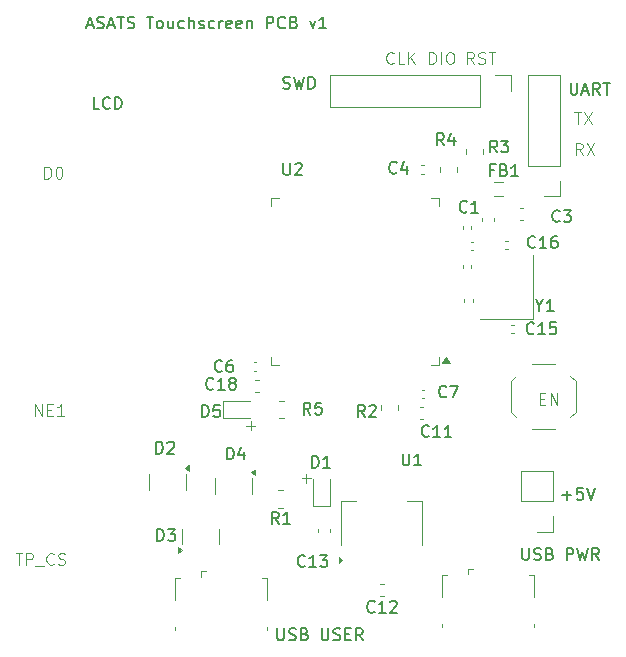
<source format=gbr>
%TF.GenerationSoftware,KiCad,Pcbnew,9.0.0*%
%TF.CreationDate,2025-03-28T00:35:08-07:00*%
%TF.ProjectId,stm32f429vit6_v1,73746d33-3266-4343-9239-766974365f76,rev?*%
%TF.SameCoordinates,Original*%
%TF.FileFunction,Legend,Top*%
%TF.FilePolarity,Positive*%
%FSLAX46Y46*%
G04 Gerber Fmt 4.6, Leading zero omitted, Abs format (unit mm)*
G04 Created by KiCad (PCBNEW 9.0.0) date 2025-03-28 00:35:08*
%MOMM*%
%LPD*%
G01*
G04 APERTURE LIST*
%ADD10C,0.100000*%
%ADD11C,0.200000*%
%ADD12C,0.150000*%
%ADD13C,0.120000*%
G04 APERTURE END LIST*
D10*
X173703884Y-88091466D02*
X174465789Y-88091466D01*
X174084836Y-88472419D02*
X174084836Y-87710514D01*
D11*
X197069673Y-98467219D02*
X197069673Y-99276742D01*
X197069673Y-99276742D02*
X197117292Y-99371980D01*
X197117292Y-99371980D02*
X197164911Y-99419600D01*
X197164911Y-99419600D02*
X197260149Y-99467219D01*
X197260149Y-99467219D02*
X197450625Y-99467219D01*
X197450625Y-99467219D02*
X197545863Y-99419600D01*
X197545863Y-99419600D02*
X197593482Y-99371980D01*
X197593482Y-99371980D02*
X197641101Y-99276742D01*
X197641101Y-99276742D02*
X197641101Y-98467219D01*
X198069673Y-99419600D02*
X198212530Y-99467219D01*
X198212530Y-99467219D02*
X198450625Y-99467219D01*
X198450625Y-99467219D02*
X198545863Y-99419600D01*
X198545863Y-99419600D02*
X198593482Y-99371980D01*
X198593482Y-99371980D02*
X198641101Y-99276742D01*
X198641101Y-99276742D02*
X198641101Y-99181504D01*
X198641101Y-99181504D02*
X198593482Y-99086266D01*
X198593482Y-99086266D02*
X198545863Y-99038647D01*
X198545863Y-99038647D02*
X198450625Y-98991028D01*
X198450625Y-98991028D02*
X198260149Y-98943409D01*
X198260149Y-98943409D02*
X198164911Y-98895790D01*
X198164911Y-98895790D02*
X198117292Y-98848171D01*
X198117292Y-98848171D02*
X198069673Y-98752933D01*
X198069673Y-98752933D02*
X198069673Y-98657695D01*
X198069673Y-98657695D02*
X198117292Y-98562457D01*
X198117292Y-98562457D02*
X198164911Y-98514838D01*
X198164911Y-98514838D02*
X198260149Y-98467219D01*
X198260149Y-98467219D02*
X198498244Y-98467219D01*
X198498244Y-98467219D02*
X198641101Y-98514838D01*
X199403006Y-98943409D02*
X199545863Y-98991028D01*
X199545863Y-98991028D02*
X199593482Y-99038647D01*
X199593482Y-99038647D02*
X199641101Y-99133885D01*
X199641101Y-99133885D02*
X199641101Y-99276742D01*
X199641101Y-99276742D02*
X199593482Y-99371980D01*
X199593482Y-99371980D02*
X199545863Y-99419600D01*
X199545863Y-99419600D02*
X199450625Y-99467219D01*
X199450625Y-99467219D02*
X199069673Y-99467219D01*
X199069673Y-99467219D02*
X199069673Y-98467219D01*
X199069673Y-98467219D02*
X199403006Y-98467219D01*
X199403006Y-98467219D02*
X199498244Y-98514838D01*
X199498244Y-98514838D02*
X199545863Y-98562457D01*
X199545863Y-98562457D02*
X199593482Y-98657695D01*
X199593482Y-98657695D02*
X199593482Y-98752933D01*
X199593482Y-98752933D02*
X199545863Y-98848171D01*
X199545863Y-98848171D02*
X199498244Y-98895790D01*
X199498244Y-98895790D02*
X199403006Y-98943409D01*
X199403006Y-98943409D02*
X199069673Y-98943409D01*
X200831578Y-99467219D02*
X200831578Y-98467219D01*
X200831578Y-98467219D02*
X201212530Y-98467219D01*
X201212530Y-98467219D02*
X201307768Y-98514838D01*
X201307768Y-98514838D02*
X201355387Y-98562457D01*
X201355387Y-98562457D02*
X201403006Y-98657695D01*
X201403006Y-98657695D02*
X201403006Y-98800552D01*
X201403006Y-98800552D02*
X201355387Y-98895790D01*
X201355387Y-98895790D02*
X201307768Y-98943409D01*
X201307768Y-98943409D02*
X201212530Y-98991028D01*
X201212530Y-98991028D02*
X200831578Y-98991028D01*
X201736340Y-98467219D02*
X201974435Y-99467219D01*
X201974435Y-99467219D02*
X202164911Y-98752933D01*
X202164911Y-98752933D02*
X202355387Y-99467219D01*
X202355387Y-99467219D02*
X202593483Y-98467219D01*
X203545863Y-99467219D02*
X203212530Y-98991028D01*
X202974435Y-99467219D02*
X202974435Y-98467219D01*
X202974435Y-98467219D02*
X203355387Y-98467219D01*
X203355387Y-98467219D02*
X203450625Y-98514838D01*
X203450625Y-98514838D02*
X203498244Y-98562457D01*
X203498244Y-98562457D02*
X203545863Y-98657695D01*
X203545863Y-98657695D02*
X203545863Y-98800552D01*
X203545863Y-98800552D02*
X203498244Y-98895790D01*
X203498244Y-98895790D02*
X203450625Y-98943409D01*
X203450625Y-98943409D02*
X203355387Y-98991028D01*
X203355387Y-98991028D02*
X202974435Y-98991028D01*
X176822054Y-59519600D02*
X176964911Y-59567219D01*
X176964911Y-59567219D02*
X177203006Y-59567219D01*
X177203006Y-59567219D02*
X177298244Y-59519600D01*
X177298244Y-59519600D02*
X177345863Y-59471980D01*
X177345863Y-59471980D02*
X177393482Y-59376742D01*
X177393482Y-59376742D02*
X177393482Y-59281504D01*
X177393482Y-59281504D02*
X177345863Y-59186266D01*
X177345863Y-59186266D02*
X177298244Y-59138647D01*
X177298244Y-59138647D02*
X177203006Y-59091028D01*
X177203006Y-59091028D02*
X177012530Y-59043409D01*
X177012530Y-59043409D02*
X176917292Y-58995790D01*
X176917292Y-58995790D02*
X176869673Y-58948171D01*
X176869673Y-58948171D02*
X176822054Y-58852933D01*
X176822054Y-58852933D02*
X176822054Y-58757695D01*
X176822054Y-58757695D02*
X176869673Y-58662457D01*
X176869673Y-58662457D02*
X176917292Y-58614838D01*
X176917292Y-58614838D02*
X177012530Y-58567219D01*
X177012530Y-58567219D02*
X177250625Y-58567219D01*
X177250625Y-58567219D02*
X177393482Y-58614838D01*
X177726816Y-58567219D02*
X177964911Y-59567219D01*
X177964911Y-59567219D02*
X178155387Y-58852933D01*
X178155387Y-58852933D02*
X178345863Y-59567219D01*
X178345863Y-59567219D02*
X178583959Y-58567219D01*
X178964911Y-59567219D02*
X178964911Y-58567219D01*
X178964911Y-58567219D02*
X179203006Y-58567219D01*
X179203006Y-58567219D02*
X179345863Y-58614838D01*
X179345863Y-58614838D02*
X179441101Y-58710076D01*
X179441101Y-58710076D02*
X179488720Y-58805314D01*
X179488720Y-58805314D02*
X179536339Y-58995790D01*
X179536339Y-58995790D02*
X179536339Y-59138647D01*
X179536339Y-59138647D02*
X179488720Y-59329123D01*
X179488720Y-59329123D02*
X179441101Y-59424361D01*
X179441101Y-59424361D02*
X179345863Y-59519600D01*
X179345863Y-59519600D02*
X179203006Y-59567219D01*
X179203006Y-59567219D02*
X178964911Y-59567219D01*
D10*
X189203884Y-57472419D02*
X189203884Y-56472419D01*
X189203884Y-56472419D02*
X189441979Y-56472419D01*
X189441979Y-56472419D02*
X189584836Y-56520038D01*
X189584836Y-56520038D02*
X189680074Y-56615276D01*
X189680074Y-56615276D02*
X189727693Y-56710514D01*
X189727693Y-56710514D02*
X189775312Y-56900990D01*
X189775312Y-56900990D02*
X189775312Y-57043847D01*
X189775312Y-57043847D02*
X189727693Y-57234323D01*
X189727693Y-57234323D02*
X189680074Y-57329561D01*
X189680074Y-57329561D02*
X189584836Y-57424800D01*
X189584836Y-57424800D02*
X189441979Y-57472419D01*
X189441979Y-57472419D02*
X189203884Y-57472419D01*
X190203884Y-57472419D02*
X190203884Y-56472419D01*
X190870550Y-56472419D02*
X191061026Y-56472419D01*
X191061026Y-56472419D02*
X191156264Y-56520038D01*
X191156264Y-56520038D02*
X191251502Y-56615276D01*
X191251502Y-56615276D02*
X191299121Y-56805752D01*
X191299121Y-56805752D02*
X191299121Y-57139085D01*
X191299121Y-57139085D02*
X191251502Y-57329561D01*
X191251502Y-57329561D02*
X191156264Y-57424800D01*
X191156264Y-57424800D02*
X191061026Y-57472419D01*
X191061026Y-57472419D02*
X190870550Y-57472419D01*
X190870550Y-57472419D02*
X190775312Y-57424800D01*
X190775312Y-57424800D02*
X190680074Y-57329561D01*
X190680074Y-57329561D02*
X190632455Y-57139085D01*
X190632455Y-57139085D02*
X190632455Y-56805752D01*
X190632455Y-56805752D02*
X190680074Y-56615276D01*
X190680074Y-56615276D02*
X190775312Y-56520038D01*
X190775312Y-56520038D02*
X190870550Y-56472419D01*
D11*
X200469673Y-93986266D02*
X201231578Y-93986266D01*
X200850625Y-94367219D02*
X200850625Y-93605314D01*
X202183958Y-93367219D02*
X201707768Y-93367219D01*
X201707768Y-93367219D02*
X201660149Y-93843409D01*
X201660149Y-93843409D02*
X201707768Y-93795790D01*
X201707768Y-93795790D02*
X201803006Y-93748171D01*
X201803006Y-93748171D02*
X202041101Y-93748171D01*
X202041101Y-93748171D02*
X202136339Y-93795790D01*
X202136339Y-93795790D02*
X202183958Y-93843409D01*
X202183958Y-93843409D02*
X202231577Y-93938647D01*
X202231577Y-93938647D02*
X202231577Y-94176742D01*
X202231577Y-94176742D02*
X202183958Y-94271980D01*
X202183958Y-94271980D02*
X202136339Y-94319600D01*
X202136339Y-94319600D02*
X202041101Y-94367219D01*
X202041101Y-94367219D02*
X201803006Y-94367219D01*
X201803006Y-94367219D02*
X201707768Y-94319600D01*
X201707768Y-94319600D02*
X201660149Y-94271980D01*
X202517292Y-93367219D02*
X202850625Y-94367219D01*
X202850625Y-94367219D02*
X203183958Y-93367219D01*
X160222054Y-54181504D02*
X160698244Y-54181504D01*
X160126816Y-54467219D02*
X160460149Y-53467219D01*
X160460149Y-53467219D02*
X160793482Y-54467219D01*
X161079197Y-54419600D02*
X161222054Y-54467219D01*
X161222054Y-54467219D02*
X161460149Y-54467219D01*
X161460149Y-54467219D02*
X161555387Y-54419600D01*
X161555387Y-54419600D02*
X161603006Y-54371980D01*
X161603006Y-54371980D02*
X161650625Y-54276742D01*
X161650625Y-54276742D02*
X161650625Y-54181504D01*
X161650625Y-54181504D02*
X161603006Y-54086266D01*
X161603006Y-54086266D02*
X161555387Y-54038647D01*
X161555387Y-54038647D02*
X161460149Y-53991028D01*
X161460149Y-53991028D02*
X161269673Y-53943409D01*
X161269673Y-53943409D02*
X161174435Y-53895790D01*
X161174435Y-53895790D02*
X161126816Y-53848171D01*
X161126816Y-53848171D02*
X161079197Y-53752933D01*
X161079197Y-53752933D02*
X161079197Y-53657695D01*
X161079197Y-53657695D02*
X161126816Y-53562457D01*
X161126816Y-53562457D02*
X161174435Y-53514838D01*
X161174435Y-53514838D02*
X161269673Y-53467219D01*
X161269673Y-53467219D02*
X161507768Y-53467219D01*
X161507768Y-53467219D02*
X161650625Y-53514838D01*
X162031578Y-54181504D02*
X162507768Y-54181504D01*
X161936340Y-54467219D02*
X162269673Y-53467219D01*
X162269673Y-53467219D02*
X162603006Y-54467219D01*
X162793483Y-53467219D02*
X163364911Y-53467219D01*
X163079197Y-54467219D02*
X163079197Y-53467219D01*
X163650626Y-54419600D02*
X163793483Y-54467219D01*
X163793483Y-54467219D02*
X164031578Y-54467219D01*
X164031578Y-54467219D02*
X164126816Y-54419600D01*
X164126816Y-54419600D02*
X164174435Y-54371980D01*
X164174435Y-54371980D02*
X164222054Y-54276742D01*
X164222054Y-54276742D02*
X164222054Y-54181504D01*
X164222054Y-54181504D02*
X164174435Y-54086266D01*
X164174435Y-54086266D02*
X164126816Y-54038647D01*
X164126816Y-54038647D02*
X164031578Y-53991028D01*
X164031578Y-53991028D02*
X163841102Y-53943409D01*
X163841102Y-53943409D02*
X163745864Y-53895790D01*
X163745864Y-53895790D02*
X163698245Y-53848171D01*
X163698245Y-53848171D02*
X163650626Y-53752933D01*
X163650626Y-53752933D02*
X163650626Y-53657695D01*
X163650626Y-53657695D02*
X163698245Y-53562457D01*
X163698245Y-53562457D02*
X163745864Y-53514838D01*
X163745864Y-53514838D02*
X163841102Y-53467219D01*
X163841102Y-53467219D02*
X164079197Y-53467219D01*
X164079197Y-53467219D02*
X164222054Y-53514838D01*
X165269674Y-53467219D02*
X165841102Y-53467219D01*
X165555388Y-54467219D02*
X165555388Y-53467219D01*
X166317293Y-54467219D02*
X166222055Y-54419600D01*
X166222055Y-54419600D02*
X166174436Y-54371980D01*
X166174436Y-54371980D02*
X166126817Y-54276742D01*
X166126817Y-54276742D02*
X166126817Y-53991028D01*
X166126817Y-53991028D02*
X166174436Y-53895790D01*
X166174436Y-53895790D02*
X166222055Y-53848171D01*
X166222055Y-53848171D02*
X166317293Y-53800552D01*
X166317293Y-53800552D02*
X166460150Y-53800552D01*
X166460150Y-53800552D02*
X166555388Y-53848171D01*
X166555388Y-53848171D02*
X166603007Y-53895790D01*
X166603007Y-53895790D02*
X166650626Y-53991028D01*
X166650626Y-53991028D02*
X166650626Y-54276742D01*
X166650626Y-54276742D02*
X166603007Y-54371980D01*
X166603007Y-54371980D02*
X166555388Y-54419600D01*
X166555388Y-54419600D02*
X166460150Y-54467219D01*
X166460150Y-54467219D02*
X166317293Y-54467219D01*
X167507769Y-53800552D02*
X167507769Y-54467219D01*
X167079198Y-53800552D02*
X167079198Y-54324361D01*
X167079198Y-54324361D02*
X167126817Y-54419600D01*
X167126817Y-54419600D02*
X167222055Y-54467219D01*
X167222055Y-54467219D02*
X167364912Y-54467219D01*
X167364912Y-54467219D02*
X167460150Y-54419600D01*
X167460150Y-54419600D02*
X167507769Y-54371980D01*
X168412531Y-54419600D02*
X168317293Y-54467219D01*
X168317293Y-54467219D02*
X168126817Y-54467219D01*
X168126817Y-54467219D02*
X168031579Y-54419600D01*
X168031579Y-54419600D02*
X167983960Y-54371980D01*
X167983960Y-54371980D02*
X167936341Y-54276742D01*
X167936341Y-54276742D02*
X167936341Y-53991028D01*
X167936341Y-53991028D02*
X167983960Y-53895790D01*
X167983960Y-53895790D02*
X168031579Y-53848171D01*
X168031579Y-53848171D02*
X168126817Y-53800552D01*
X168126817Y-53800552D02*
X168317293Y-53800552D01*
X168317293Y-53800552D02*
X168412531Y-53848171D01*
X168841103Y-54467219D02*
X168841103Y-53467219D01*
X169269674Y-54467219D02*
X169269674Y-53943409D01*
X169269674Y-53943409D02*
X169222055Y-53848171D01*
X169222055Y-53848171D02*
X169126817Y-53800552D01*
X169126817Y-53800552D02*
X168983960Y-53800552D01*
X168983960Y-53800552D02*
X168888722Y-53848171D01*
X168888722Y-53848171D02*
X168841103Y-53895790D01*
X169698246Y-54419600D02*
X169793484Y-54467219D01*
X169793484Y-54467219D02*
X169983960Y-54467219D01*
X169983960Y-54467219D02*
X170079198Y-54419600D01*
X170079198Y-54419600D02*
X170126817Y-54324361D01*
X170126817Y-54324361D02*
X170126817Y-54276742D01*
X170126817Y-54276742D02*
X170079198Y-54181504D01*
X170079198Y-54181504D02*
X169983960Y-54133885D01*
X169983960Y-54133885D02*
X169841103Y-54133885D01*
X169841103Y-54133885D02*
X169745865Y-54086266D01*
X169745865Y-54086266D02*
X169698246Y-53991028D01*
X169698246Y-53991028D02*
X169698246Y-53943409D01*
X169698246Y-53943409D02*
X169745865Y-53848171D01*
X169745865Y-53848171D02*
X169841103Y-53800552D01*
X169841103Y-53800552D02*
X169983960Y-53800552D01*
X169983960Y-53800552D02*
X170079198Y-53848171D01*
X170983960Y-54419600D02*
X170888722Y-54467219D01*
X170888722Y-54467219D02*
X170698246Y-54467219D01*
X170698246Y-54467219D02*
X170603008Y-54419600D01*
X170603008Y-54419600D02*
X170555389Y-54371980D01*
X170555389Y-54371980D02*
X170507770Y-54276742D01*
X170507770Y-54276742D02*
X170507770Y-53991028D01*
X170507770Y-53991028D02*
X170555389Y-53895790D01*
X170555389Y-53895790D02*
X170603008Y-53848171D01*
X170603008Y-53848171D02*
X170698246Y-53800552D01*
X170698246Y-53800552D02*
X170888722Y-53800552D01*
X170888722Y-53800552D02*
X170983960Y-53848171D01*
X171412532Y-54467219D02*
X171412532Y-53800552D01*
X171412532Y-53991028D02*
X171460151Y-53895790D01*
X171460151Y-53895790D02*
X171507770Y-53848171D01*
X171507770Y-53848171D02*
X171603008Y-53800552D01*
X171603008Y-53800552D02*
X171698246Y-53800552D01*
X172412532Y-54419600D02*
X172317294Y-54467219D01*
X172317294Y-54467219D02*
X172126818Y-54467219D01*
X172126818Y-54467219D02*
X172031580Y-54419600D01*
X172031580Y-54419600D02*
X171983961Y-54324361D01*
X171983961Y-54324361D02*
X171983961Y-53943409D01*
X171983961Y-53943409D02*
X172031580Y-53848171D01*
X172031580Y-53848171D02*
X172126818Y-53800552D01*
X172126818Y-53800552D02*
X172317294Y-53800552D01*
X172317294Y-53800552D02*
X172412532Y-53848171D01*
X172412532Y-53848171D02*
X172460151Y-53943409D01*
X172460151Y-53943409D02*
X172460151Y-54038647D01*
X172460151Y-54038647D02*
X171983961Y-54133885D01*
X173269675Y-54419600D02*
X173174437Y-54467219D01*
X173174437Y-54467219D02*
X172983961Y-54467219D01*
X172983961Y-54467219D02*
X172888723Y-54419600D01*
X172888723Y-54419600D02*
X172841104Y-54324361D01*
X172841104Y-54324361D02*
X172841104Y-53943409D01*
X172841104Y-53943409D02*
X172888723Y-53848171D01*
X172888723Y-53848171D02*
X172983961Y-53800552D01*
X172983961Y-53800552D02*
X173174437Y-53800552D01*
X173174437Y-53800552D02*
X173269675Y-53848171D01*
X173269675Y-53848171D02*
X173317294Y-53943409D01*
X173317294Y-53943409D02*
X173317294Y-54038647D01*
X173317294Y-54038647D02*
X172841104Y-54133885D01*
X173745866Y-53800552D02*
X173745866Y-54467219D01*
X173745866Y-53895790D02*
X173793485Y-53848171D01*
X173793485Y-53848171D02*
X173888723Y-53800552D01*
X173888723Y-53800552D02*
X174031580Y-53800552D01*
X174031580Y-53800552D02*
X174126818Y-53848171D01*
X174126818Y-53848171D02*
X174174437Y-53943409D01*
X174174437Y-53943409D02*
X174174437Y-54467219D01*
X175412533Y-54467219D02*
X175412533Y-53467219D01*
X175412533Y-53467219D02*
X175793485Y-53467219D01*
X175793485Y-53467219D02*
X175888723Y-53514838D01*
X175888723Y-53514838D02*
X175936342Y-53562457D01*
X175936342Y-53562457D02*
X175983961Y-53657695D01*
X175983961Y-53657695D02*
X175983961Y-53800552D01*
X175983961Y-53800552D02*
X175936342Y-53895790D01*
X175936342Y-53895790D02*
X175888723Y-53943409D01*
X175888723Y-53943409D02*
X175793485Y-53991028D01*
X175793485Y-53991028D02*
X175412533Y-53991028D01*
X176983961Y-54371980D02*
X176936342Y-54419600D01*
X176936342Y-54419600D02*
X176793485Y-54467219D01*
X176793485Y-54467219D02*
X176698247Y-54467219D01*
X176698247Y-54467219D02*
X176555390Y-54419600D01*
X176555390Y-54419600D02*
X176460152Y-54324361D01*
X176460152Y-54324361D02*
X176412533Y-54229123D01*
X176412533Y-54229123D02*
X176364914Y-54038647D01*
X176364914Y-54038647D02*
X176364914Y-53895790D01*
X176364914Y-53895790D02*
X176412533Y-53705314D01*
X176412533Y-53705314D02*
X176460152Y-53610076D01*
X176460152Y-53610076D02*
X176555390Y-53514838D01*
X176555390Y-53514838D02*
X176698247Y-53467219D01*
X176698247Y-53467219D02*
X176793485Y-53467219D01*
X176793485Y-53467219D02*
X176936342Y-53514838D01*
X176936342Y-53514838D02*
X176983961Y-53562457D01*
X177745866Y-53943409D02*
X177888723Y-53991028D01*
X177888723Y-53991028D02*
X177936342Y-54038647D01*
X177936342Y-54038647D02*
X177983961Y-54133885D01*
X177983961Y-54133885D02*
X177983961Y-54276742D01*
X177983961Y-54276742D02*
X177936342Y-54371980D01*
X177936342Y-54371980D02*
X177888723Y-54419600D01*
X177888723Y-54419600D02*
X177793485Y-54467219D01*
X177793485Y-54467219D02*
X177412533Y-54467219D01*
X177412533Y-54467219D02*
X177412533Y-53467219D01*
X177412533Y-53467219D02*
X177745866Y-53467219D01*
X177745866Y-53467219D02*
X177841104Y-53514838D01*
X177841104Y-53514838D02*
X177888723Y-53562457D01*
X177888723Y-53562457D02*
X177936342Y-53657695D01*
X177936342Y-53657695D02*
X177936342Y-53752933D01*
X177936342Y-53752933D02*
X177888723Y-53848171D01*
X177888723Y-53848171D02*
X177841104Y-53895790D01*
X177841104Y-53895790D02*
X177745866Y-53943409D01*
X177745866Y-53943409D02*
X177412533Y-53943409D01*
X179079200Y-53800552D02*
X179317295Y-54467219D01*
X179317295Y-54467219D02*
X179555390Y-53800552D01*
X180460152Y-54467219D02*
X179888724Y-54467219D01*
X180174438Y-54467219D02*
X180174438Y-53467219D01*
X180174438Y-53467219D02*
X180079200Y-53610076D01*
X180079200Y-53610076D02*
X179983962Y-53705314D01*
X179983962Y-53705314D02*
X179888724Y-53752933D01*
X201169673Y-59067219D02*
X201169673Y-59876742D01*
X201169673Y-59876742D02*
X201217292Y-59971980D01*
X201217292Y-59971980D02*
X201264911Y-60019600D01*
X201264911Y-60019600D02*
X201360149Y-60067219D01*
X201360149Y-60067219D02*
X201550625Y-60067219D01*
X201550625Y-60067219D02*
X201645863Y-60019600D01*
X201645863Y-60019600D02*
X201693482Y-59971980D01*
X201693482Y-59971980D02*
X201741101Y-59876742D01*
X201741101Y-59876742D02*
X201741101Y-59067219D01*
X202169673Y-59781504D02*
X202645863Y-59781504D01*
X202074435Y-60067219D02*
X202407768Y-59067219D01*
X202407768Y-59067219D02*
X202741101Y-60067219D01*
X203645863Y-60067219D02*
X203312530Y-59591028D01*
X203074435Y-60067219D02*
X203074435Y-59067219D01*
X203074435Y-59067219D02*
X203455387Y-59067219D01*
X203455387Y-59067219D02*
X203550625Y-59114838D01*
X203550625Y-59114838D02*
X203598244Y-59162457D01*
X203598244Y-59162457D02*
X203645863Y-59257695D01*
X203645863Y-59257695D02*
X203645863Y-59400552D01*
X203645863Y-59400552D02*
X203598244Y-59495790D01*
X203598244Y-59495790D02*
X203550625Y-59543409D01*
X203550625Y-59543409D02*
X203455387Y-59591028D01*
X203455387Y-59591028D02*
X203074435Y-59591028D01*
X203931578Y-59067219D02*
X204503006Y-59067219D01*
X204217292Y-60067219D02*
X204217292Y-59067219D01*
D10*
X198553884Y-85848609D02*
X198887217Y-85848609D01*
X199030074Y-86372419D02*
X198553884Y-86372419D01*
X198553884Y-86372419D02*
X198553884Y-85372419D01*
X198553884Y-85372419D02*
X199030074Y-85372419D01*
X199458646Y-86372419D02*
X199458646Y-85372419D01*
X199458646Y-85372419D02*
X200030074Y-86372419D01*
X200030074Y-86372419D02*
X200030074Y-85372419D01*
X155803884Y-87272419D02*
X155803884Y-86272419D01*
X155803884Y-86272419D02*
X156375312Y-87272419D01*
X156375312Y-87272419D02*
X156375312Y-86272419D01*
X156851503Y-86748609D02*
X157184836Y-86748609D01*
X157327693Y-87272419D02*
X156851503Y-87272419D01*
X156851503Y-87272419D02*
X156851503Y-86272419D01*
X156851503Y-86272419D02*
X157327693Y-86272419D01*
X158280074Y-87272419D02*
X157708646Y-87272419D01*
X157994360Y-87272419D02*
X157994360Y-86272419D01*
X157994360Y-86272419D02*
X157899122Y-86415276D01*
X157899122Y-86415276D02*
X157803884Y-86510514D01*
X157803884Y-86510514D02*
X157708646Y-86558133D01*
X192975312Y-57472419D02*
X192641979Y-56996228D01*
X192403884Y-57472419D02*
X192403884Y-56472419D01*
X192403884Y-56472419D02*
X192784836Y-56472419D01*
X192784836Y-56472419D02*
X192880074Y-56520038D01*
X192880074Y-56520038D02*
X192927693Y-56567657D01*
X192927693Y-56567657D02*
X192975312Y-56662895D01*
X192975312Y-56662895D02*
X192975312Y-56805752D01*
X192975312Y-56805752D02*
X192927693Y-56900990D01*
X192927693Y-56900990D02*
X192880074Y-56948609D01*
X192880074Y-56948609D02*
X192784836Y-56996228D01*
X192784836Y-56996228D02*
X192403884Y-56996228D01*
X193356265Y-57424800D02*
X193499122Y-57472419D01*
X193499122Y-57472419D02*
X193737217Y-57472419D01*
X193737217Y-57472419D02*
X193832455Y-57424800D01*
X193832455Y-57424800D02*
X193880074Y-57377180D01*
X193880074Y-57377180D02*
X193927693Y-57281942D01*
X193927693Y-57281942D02*
X193927693Y-57186704D01*
X193927693Y-57186704D02*
X193880074Y-57091466D01*
X193880074Y-57091466D02*
X193832455Y-57043847D01*
X193832455Y-57043847D02*
X193737217Y-56996228D01*
X193737217Y-56996228D02*
X193546741Y-56948609D01*
X193546741Y-56948609D02*
X193451503Y-56900990D01*
X193451503Y-56900990D02*
X193403884Y-56853371D01*
X193403884Y-56853371D02*
X193356265Y-56758133D01*
X193356265Y-56758133D02*
X193356265Y-56662895D01*
X193356265Y-56662895D02*
X193403884Y-56567657D01*
X193403884Y-56567657D02*
X193451503Y-56520038D01*
X193451503Y-56520038D02*
X193546741Y-56472419D01*
X193546741Y-56472419D02*
X193784836Y-56472419D01*
X193784836Y-56472419D02*
X193927693Y-56520038D01*
X194213408Y-56472419D02*
X194784836Y-56472419D01*
X194499122Y-57472419D02*
X194499122Y-56472419D01*
X202175312Y-65172419D02*
X201841979Y-64696228D01*
X201603884Y-65172419D02*
X201603884Y-64172419D01*
X201603884Y-64172419D02*
X201984836Y-64172419D01*
X201984836Y-64172419D02*
X202080074Y-64220038D01*
X202080074Y-64220038D02*
X202127693Y-64267657D01*
X202127693Y-64267657D02*
X202175312Y-64362895D01*
X202175312Y-64362895D02*
X202175312Y-64505752D01*
X202175312Y-64505752D02*
X202127693Y-64600990D01*
X202127693Y-64600990D02*
X202080074Y-64648609D01*
X202080074Y-64648609D02*
X201984836Y-64696228D01*
X201984836Y-64696228D02*
X201603884Y-64696228D01*
X202508646Y-64172419D02*
X203175312Y-65172419D01*
X203175312Y-64172419D02*
X202508646Y-65172419D01*
D11*
X161245863Y-61267219D02*
X160769673Y-61267219D01*
X160769673Y-61267219D02*
X160769673Y-60267219D01*
X162150625Y-61171980D02*
X162103006Y-61219600D01*
X162103006Y-61219600D02*
X161960149Y-61267219D01*
X161960149Y-61267219D02*
X161864911Y-61267219D01*
X161864911Y-61267219D02*
X161722054Y-61219600D01*
X161722054Y-61219600D02*
X161626816Y-61124361D01*
X161626816Y-61124361D02*
X161579197Y-61029123D01*
X161579197Y-61029123D02*
X161531578Y-60838647D01*
X161531578Y-60838647D02*
X161531578Y-60695790D01*
X161531578Y-60695790D02*
X161579197Y-60505314D01*
X161579197Y-60505314D02*
X161626816Y-60410076D01*
X161626816Y-60410076D02*
X161722054Y-60314838D01*
X161722054Y-60314838D02*
X161864911Y-60267219D01*
X161864911Y-60267219D02*
X161960149Y-60267219D01*
X161960149Y-60267219D02*
X162103006Y-60314838D01*
X162103006Y-60314838D02*
X162150625Y-60362457D01*
X162579197Y-61267219D02*
X162579197Y-60267219D01*
X162579197Y-60267219D02*
X162817292Y-60267219D01*
X162817292Y-60267219D02*
X162960149Y-60314838D01*
X162960149Y-60314838D02*
X163055387Y-60410076D01*
X163055387Y-60410076D02*
X163103006Y-60505314D01*
X163103006Y-60505314D02*
X163150625Y-60695790D01*
X163150625Y-60695790D02*
X163150625Y-60838647D01*
X163150625Y-60838647D02*
X163103006Y-61029123D01*
X163103006Y-61029123D02*
X163055387Y-61124361D01*
X163055387Y-61124361D02*
X162960149Y-61219600D01*
X162960149Y-61219600D02*
X162817292Y-61267219D01*
X162817292Y-61267219D02*
X162579197Y-61267219D01*
D10*
X156603884Y-67172419D02*
X156603884Y-66172419D01*
X156603884Y-66172419D02*
X156841979Y-66172419D01*
X156841979Y-66172419D02*
X156984836Y-66220038D01*
X156984836Y-66220038D02*
X157080074Y-66315276D01*
X157080074Y-66315276D02*
X157127693Y-66410514D01*
X157127693Y-66410514D02*
X157175312Y-66600990D01*
X157175312Y-66600990D02*
X157175312Y-66743847D01*
X157175312Y-66743847D02*
X157127693Y-66934323D01*
X157127693Y-66934323D02*
X157080074Y-67029561D01*
X157080074Y-67029561D02*
X156984836Y-67124800D01*
X156984836Y-67124800D02*
X156841979Y-67172419D01*
X156841979Y-67172419D02*
X156603884Y-67172419D01*
X157794360Y-66172419D02*
X157889598Y-66172419D01*
X157889598Y-66172419D02*
X157984836Y-66220038D01*
X157984836Y-66220038D02*
X158032455Y-66267657D01*
X158032455Y-66267657D02*
X158080074Y-66362895D01*
X158080074Y-66362895D02*
X158127693Y-66553371D01*
X158127693Y-66553371D02*
X158127693Y-66791466D01*
X158127693Y-66791466D02*
X158080074Y-66981942D01*
X158080074Y-66981942D02*
X158032455Y-67077180D01*
X158032455Y-67077180D02*
X157984836Y-67124800D01*
X157984836Y-67124800D02*
X157889598Y-67172419D01*
X157889598Y-67172419D02*
X157794360Y-67172419D01*
X157794360Y-67172419D02*
X157699122Y-67124800D01*
X157699122Y-67124800D02*
X157651503Y-67077180D01*
X157651503Y-67077180D02*
X157603884Y-66981942D01*
X157603884Y-66981942D02*
X157556265Y-66791466D01*
X157556265Y-66791466D02*
X157556265Y-66553371D01*
X157556265Y-66553371D02*
X157603884Y-66362895D01*
X157603884Y-66362895D02*
X157651503Y-66267657D01*
X157651503Y-66267657D02*
X157699122Y-66220038D01*
X157699122Y-66220038D02*
X157794360Y-66172419D01*
D11*
X176319673Y-105257219D02*
X176319673Y-106066742D01*
X176319673Y-106066742D02*
X176367292Y-106161980D01*
X176367292Y-106161980D02*
X176414911Y-106209600D01*
X176414911Y-106209600D02*
X176510149Y-106257219D01*
X176510149Y-106257219D02*
X176700625Y-106257219D01*
X176700625Y-106257219D02*
X176795863Y-106209600D01*
X176795863Y-106209600D02*
X176843482Y-106161980D01*
X176843482Y-106161980D02*
X176891101Y-106066742D01*
X176891101Y-106066742D02*
X176891101Y-105257219D01*
X177319673Y-106209600D02*
X177462530Y-106257219D01*
X177462530Y-106257219D02*
X177700625Y-106257219D01*
X177700625Y-106257219D02*
X177795863Y-106209600D01*
X177795863Y-106209600D02*
X177843482Y-106161980D01*
X177843482Y-106161980D02*
X177891101Y-106066742D01*
X177891101Y-106066742D02*
X177891101Y-105971504D01*
X177891101Y-105971504D02*
X177843482Y-105876266D01*
X177843482Y-105876266D02*
X177795863Y-105828647D01*
X177795863Y-105828647D02*
X177700625Y-105781028D01*
X177700625Y-105781028D02*
X177510149Y-105733409D01*
X177510149Y-105733409D02*
X177414911Y-105685790D01*
X177414911Y-105685790D02*
X177367292Y-105638171D01*
X177367292Y-105638171D02*
X177319673Y-105542933D01*
X177319673Y-105542933D02*
X177319673Y-105447695D01*
X177319673Y-105447695D02*
X177367292Y-105352457D01*
X177367292Y-105352457D02*
X177414911Y-105304838D01*
X177414911Y-105304838D02*
X177510149Y-105257219D01*
X177510149Y-105257219D02*
X177748244Y-105257219D01*
X177748244Y-105257219D02*
X177891101Y-105304838D01*
X178653006Y-105733409D02*
X178795863Y-105781028D01*
X178795863Y-105781028D02*
X178843482Y-105828647D01*
X178843482Y-105828647D02*
X178891101Y-105923885D01*
X178891101Y-105923885D02*
X178891101Y-106066742D01*
X178891101Y-106066742D02*
X178843482Y-106161980D01*
X178843482Y-106161980D02*
X178795863Y-106209600D01*
X178795863Y-106209600D02*
X178700625Y-106257219D01*
X178700625Y-106257219D02*
X178319673Y-106257219D01*
X178319673Y-106257219D02*
X178319673Y-105257219D01*
X178319673Y-105257219D02*
X178653006Y-105257219D01*
X178653006Y-105257219D02*
X178748244Y-105304838D01*
X178748244Y-105304838D02*
X178795863Y-105352457D01*
X178795863Y-105352457D02*
X178843482Y-105447695D01*
X178843482Y-105447695D02*
X178843482Y-105542933D01*
X178843482Y-105542933D02*
X178795863Y-105638171D01*
X178795863Y-105638171D02*
X178748244Y-105685790D01*
X178748244Y-105685790D02*
X178653006Y-105733409D01*
X178653006Y-105733409D02*
X178319673Y-105733409D01*
X180081578Y-105257219D02*
X180081578Y-106066742D01*
X180081578Y-106066742D02*
X180129197Y-106161980D01*
X180129197Y-106161980D02*
X180176816Y-106209600D01*
X180176816Y-106209600D02*
X180272054Y-106257219D01*
X180272054Y-106257219D02*
X180462530Y-106257219D01*
X180462530Y-106257219D02*
X180557768Y-106209600D01*
X180557768Y-106209600D02*
X180605387Y-106161980D01*
X180605387Y-106161980D02*
X180653006Y-106066742D01*
X180653006Y-106066742D02*
X180653006Y-105257219D01*
X181081578Y-106209600D02*
X181224435Y-106257219D01*
X181224435Y-106257219D02*
X181462530Y-106257219D01*
X181462530Y-106257219D02*
X181557768Y-106209600D01*
X181557768Y-106209600D02*
X181605387Y-106161980D01*
X181605387Y-106161980D02*
X181653006Y-106066742D01*
X181653006Y-106066742D02*
X181653006Y-105971504D01*
X181653006Y-105971504D02*
X181605387Y-105876266D01*
X181605387Y-105876266D02*
X181557768Y-105828647D01*
X181557768Y-105828647D02*
X181462530Y-105781028D01*
X181462530Y-105781028D02*
X181272054Y-105733409D01*
X181272054Y-105733409D02*
X181176816Y-105685790D01*
X181176816Y-105685790D02*
X181129197Y-105638171D01*
X181129197Y-105638171D02*
X181081578Y-105542933D01*
X181081578Y-105542933D02*
X181081578Y-105447695D01*
X181081578Y-105447695D02*
X181129197Y-105352457D01*
X181129197Y-105352457D02*
X181176816Y-105304838D01*
X181176816Y-105304838D02*
X181272054Y-105257219D01*
X181272054Y-105257219D02*
X181510149Y-105257219D01*
X181510149Y-105257219D02*
X181653006Y-105304838D01*
X182081578Y-105733409D02*
X182414911Y-105733409D01*
X182557768Y-106257219D02*
X182081578Y-106257219D01*
X182081578Y-106257219D02*
X182081578Y-105257219D01*
X182081578Y-105257219D02*
X182557768Y-105257219D01*
X183557768Y-106257219D02*
X183224435Y-105781028D01*
X182986340Y-106257219D02*
X182986340Y-105257219D01*
X182986340Y-105257219D02*
X183367292Y-105257219D01*
X183367292Y-105257219D02*
X183462530Y-105304838D01*
X183462530Y-105304838D02*
X183510149Y-105352457D01*
X183510149Y-105352457D02*
X183557768Y-105447695D01*
X183557768Y-105447695D02*
X183557768Y-105590552D01*
X183557768Y-105590552D02*
X183510149Y-105685790D01*
X183510149Y-105685790D02*
X183462530Y-105733409D01*
X183462530Y-105733409D02*
X183367292Y-105781028D01*
X183367292Y-105781028D02*
X182986340Y-105781028D01*
D10*
X186175312Y-57377180D02*
X186127693Y-57424800D01*
X186127693Y-57424800D02*
X185984836Y-57472419D01*
X185984836Y-57472419D02*
X185889598Y-57472419D01*
X185889598Y-57472419D02*
X185746741Y-57424800D01*
X185746741Y-57424800D02*
X185651503Y-57329561D01*
X185651503Y-57329561D02*
X185603884Y-57234323D01*
X185603884Y-57234323D02*
X185556265Y-57043847D01*
X185556265Y-57043847D02*
X185556265Y-56900990D01*
X185556265Y-56900990D02*
X185603884Y-56710514D01*
X185603884Y-56710514D02*
X185651503Y-56615276D01*
X185651503Y-56615276D02*
X185746741Y-56520038D01*
X185746741Y-56520038D02*
X185889598Y-56472419D01*
X185889598Y-56472419D02*
X185984836Y-56472419D01*
X185984836Y-56472419D02*
X186127693Y-56520038D01*
X186127693Y-56520038D02*
X186175312Y-56567657D01*
X187080074Y-57472419D02*
X186603884Y-57472419D01*
X186603884Y-57472419D02*
X186603884Y-56472419D01*
X187413408Y-57472419D02*
X187413408Y-56472419D01*
X187984836Y-57472419D02*
X187556265Y-56900990D01*
X187984836Y-56472419D02*
X187413408Y-57043847D01*
X154161027Y-98872419D02*
X154732455Y-98872419D01*
X154446741Y-99872419D02*
X154446741Y-98872419D01*
X155065789Y-99872419D02*
X155065789Y-98872419D01*
X155065789Y-98872419D02*
X155446741Y-98872419D01*
X155446741Y-98872419D02*
X155541979Y-98920038D01*
X155541979Y-98920038D02*
X155589598Y-98967657D01*
X155589598Y-98967657D02*
X155637217Y-99062895D01*
X155637217Y-99062895D02*
X155637217Y-99205752D01*
X155637217Y-99205752D02*
X155589598Y-99300990D01*
X155589598Y-99300990D02*
X155541979Y-99348609D01*
X155541979Y-99348609D02*
X155446741Y-99396228D01*
X155446741Y-99396228D02*
X155065789Y-99396228D01*
X155827694Y-99967657D02*
X156589598Y-99967657D01*
X157399122Y-99777180D02*
X157351503Y-99824800D01*
X157351503Y-99824800D02*
X157208646Y-99872419D01*
X157208646Y-99872419D02*
X157113408Y-99872419D01*
X157113408Y-99872419D02*
X156970551Y-99824800D01*
X156970551Y-99824800D02*
X156875313Y-99729561D01*
X156875313Y-99729561D02*
X156827694Y-99634323D01*
X156827694Y-99634323D02*
X156780075Y-99443847D01*
X156780075Y-99443847D02*
X156780075Y-99300990D01*
X156780075Y-99300990D02*
X156827694Y-99110514D01*
X156827694Y-99110514D02*
X156875313Y-99015276D01*
X156875313Y-99015276D02*
X156970551Y-98920038D01*
X156970551Y-98920038D02*
X157113408Y-98872419D01*
X157113408Y-98872419D02*
X157208646Y-98872419D01*
X157208646Y-98872419D02*
X157351503Y-98920038D01*
X157351503Y-98920038D02*
X157399122Y-98967657D01*
X157780075Y-99824800D02*
X157922932Y-99872419D01*
X157922932Y-99872419D02*
X158161027Y-99872419D01*
X158161027Y-99872419D02*
X158256265Y-99824800D01*
X158256265Y-99824800D02*
X158303884Y-99777180D01*
X158303884Y-99777180D02*
X158351503Y-99681942D01*
X158351503Y-99681942D02*
X158351503Y-99586704D01*
X158351503Y-99586704D02*
X158303884Y-99491466D01*
X158303884Y-99491466D02*
X158256265Y-99443847D01*
X158256265Y-99443847D02*
X158161027Y-99396228D01*
X158161027Y-99396228D02*
X157970551Y-99348609D01*
X157970551Y-99348609D02*
X157875313Y-99300990D01*
X157875313Y-99300990D02*
X157827694Y-99253371D01*
X157827694Y-99253371D02*
X157780075Y-99158133D01*
X157780075Y-99158133D02*
X157780075Y-99062895D01*
X157780075Y-99062895D02*
X157827694Y-98967657D01*
X157827694Y-98967657D02*
X157875313Y-98920038D01*
X157875313Y-98920038D02*
X157970551Y-98872419D01*
X157970551Y-98872419D02*
X158208646Y-98872419D01*
X158208646Y-98872419D02*
X158351503Y-98920038D01*
X201461027Y-61572419D02*
X202032455Y-61572419D01*
X201746741Y-62572419D02*
X201746741Y-61572419D01*
X202270551Y-61572419D02*
X202937217Y-62572419D01*
X202937217Y-61572419D02*
X202270551Y-62572419D01*
X178403884Y-92541466D02*
X179165789Y-92541466D01*
X178784836Y-92922419D02*
X178784836Y-92160514D01*
D12*
X172061905Y-90954819D02*
X172061905Y-89954819D01*
X172061905Y-89954819D02*
X172300000Y-89954819D01*
X172300000Y-89954819D02*
X172442857Y-90002438D01*
X172442857Y-90002438D02*
X172538095Y-90097676D01*
X172538095Y-90097676D02*
X172585714Y-90192914D01*
X172585714Y-90192914D02*
X172633333Y-90383390D01*
X172633333Y-90383390D02*
X172633333Y-90526247D01*
X172633333Y-90526247D02*
X172585714Y-90716723D01*
X172585714Y-90716723D02*
X172538095Y-90811961D01*
X172538095Y-90811961D02*
X172442857Y-90907200D01*
X172442857Y-90907200D02*
X172300000Y-90954819D01*
X172300000Y-90954819D02*
X172061905Y-90954819D01*
X173490476Y-90288152D02*
X173490476Y-90954819D01*
X173252381Y-89907200D02*
X173014286Y-90621485D01*
X173014286Y-90621485D02*
X173633333Y-90621485D01*
X166161905Y-97854819D02*
X166161905Y-96854819D01*
X166161905Y-96854819D02*
X166400000Y-96854819D01*
X166400000Y-96854819D02*
X166542857Y-96902438D01*
X166542857Y-96902438D02*
X166638095Y-96997676D01*
X166638095Y-96997676D02*
X166685714Y-97092914D01*
X166685714Y-97092914D02*
X166733333Y-97283390D01*
X166733333Y-97283390D02*
X166733333Y-97426247D01*
X166733333Y-97426247D02*
X166685714Y-97616723D01*
X166685714Y-97616723D02*
X166638095Y-97711961D01*
X166638095Y-97711961D02*
X166542857Y-97807200D01*
X166542857Y-97807200D02*
X166400000Y-97854819D01*
X166400000Y-97854819D02*
X166161905Y-97854819D01*
X167066667Y-96854819D02*
X167685714Y-96854819D01*
X167685714Y-96854819D02*
X167352381Y-97235771D01*
X167352381Y-97235771D02*
X167495238Y-97235771D01*
X167495238Y-97235771D02*
X167590476Y-97283390D01*
X167590476Y-97283390D02*
X167638095Y-97331009D01*
X167638095Y-97331009D02*
X167685714Y-97426247D01*
X167685714Y-97426247D02*
X167685714Y-97664342D01*
X167685714Y-97664342D02*
X167638095Y-97759580D01*
X167638095Y-97759580D02*
X167590476Y-97807200D01*
X167590476Y-97807200D02*
X167495238Y-97854819D01*
X167495238Y-97854819D02*
X167209524Y-97854819D01*
X167209524Y-97854819D02*
X167114286Y-97807200D01*
X167114286Y-97807200D02*
X167066667Y-97759580D01*
X166061905Y-90454819D02*
X166061905Y-89454819D01*
X166061905Y-89454819D02*
X166300000Y-89454819D01*
X166300000Y-89454819D02*
X166442857Y-89502438D01*
X166442857Y-89502438D02*
X166538095Y-89597676D01*
X166538095Y-89597676D02*
X166585714Y-89692914D01*
X166585714Y-89692914D02*
X166633333Y-89883390D01*
X166633333Y-89883390D02*
X166633333Y-90026247D01*
X166633333Y-90026247D02*
X166585714Y-90216723D01*
X166585714Y-90216723D02*
X166538095Y-90311961D01*
X166538095Y-90311961D02*
X166442857Y-90407200D01*
X166442857Y-90407200D02*
X166300000Y-90454819D01*
X166300000Y-90454819D02*
X166061905Y-90454819D01*
X167014286Y-89550057D02*
X167061905Y-89502438D01*
X167061905Y-89502438D02*
X167157143Y-89454819D01*
X167157143Y-89454819D02*
X167395238Y-89454819D01*
X167395238Y-89454819D02*
X167490476Y-89502438D01*
X167490476Y-89502438D02*
X167538095Y-89550057D01*
X167538095Y-89550057D02*
X167585714Y-89645295D01*
X167585714Y-89645295D02*
X167585714Y-89740533D01*
X167585714Y-89740533D02*
X167538095Y-89883390D01*
X167538095Y-89883390D02*
X166966667Y-90454819D01*
X166966667Y-90454819D02*
X167585714Y-90454819D01*
X169961905Y-87354819D02*
X169961905Y-86354819D01*
X169961905Y-86354819D02*
X170200000Y-86354819D01*
X170200000Y-86354819D02*
X170342857Y-86402438D01*
X170342857Y-86402438D02*
X170438095Y-86497676D01*
X170438095Y-86497676D02*
X170485714Y-86592914D01*
X170485714Y-86592914D02*
X170533333Y-86783390D01*
X170533333Y-86783390D02*
X170533333Y-86926247D01*
X170533333Y-86926247D02*
X170485714Y-87116723D01*
X170485714Y-87116723D02*
X170438095Y-87211961D01*
X170438095Y-87211961D02*
X170342857Y-87307200D01*
X170342857Y-87307200D02*
X170200000Y-87354819D01*
X170200000Y-87354819D02*
X169961905Y-87354819D01*
X171438095Y-86354819D02*
X170961905Y-86354819D01*
X170961905Y-86354819D02*
X170914286Y-86831009D01*
X170914286Y-86831009D02*
X170961905Y-86783390D01*
X170961905Y-86783390D02*
X171057143Y-86735771D01*
X171057143Y-86735771D02*
X171295238Y-86735771D01*
X171295238Y-86735771D02*
X171390476Y-86783390D01*
X171390476Y-86783390D02*
X171438095Y-86831009D01*
X171438095Y-86831009D02*
X171485714Y-86926247D01*
X171485714Y-86926247D02*
X171485714Y-87164342D01*
X171485714Y-87164342D02*
X171438095Y-87259580D01*
X171438095Y-87259580D02*
X171390476Y-87307200D01*
X171390476Y-87307200D02*
X171295238Y-87354819D01*
X171295238Y-87354819D02*
X171057143Y-87354819D01*
X171057143Y-87354819D02*
X170961905Y-87307200D01*
X170961905Y-87307200D02*
X170914286Y-87259580D01*
X178657142Y-99959580D02*
X178609523Y-100007200D01*
X178609523Y-100007200D02*
X178466666Y-100054819D01*
X178466666Y-100054819D02*
X178371428Y-100054819D01*
X178371428Y-100054819D02*
X178228571Y-100007200D01*
X178228571Y-100007200D02*
X178133333Y-99911961D01*
X178133333Y-99911961D02*
X178085714Y-99816723D01*
X178085714Y-99816723D02*
X178038095Y-99626247D01*
X178038095Y-99626247D02*
X178038095Y-99483390D01*
X178038095Y-99483390D02*
X178085714Y-99292914D01*
X178085714Y-99292914D02*
X178133333Y-99197676D01*
X178133333Y-99197676D02*
X178228571Y-99102438D01*
X178228571Y-99102438D02*
X178371428Y-99054819D01*
X178371428Y-99054819D02*
X178466666Y-99054819D01*
X178466666Y-99054819D02*
X178609523Y-99102438D01*
X178609523Y-99102438D02*
X178657142Y-99150057D01*
X179609523Y-100054819D02*
X179038095Y-100054819D01*
X179323809Y-100054819D02*
X179323809Y-99054819D01*
X179323809Y-99054819D02*
X179228571Y-99197676D01*
X179228571Y-99197676D02*
X179133333Y-99292914D01*
X179133333Y-99292914D02*
X179038095Y-99340533D01*
X179942857Y-99054819D02*
X180561904Y-99054819D01*
X180561904Y-99054819D02*
X180228571Y-99435771D01*
X180228571Y-99435771D02*
X180371428Y-99435771D01*
X180371428Y-99435771D02*
X180466666Y-99483390D01*
X180466666Y-99483390D02*
X180514285Y-99531009D01*
X180514285Y-99531009D02*
X180561904Y-99626247D01*
X180561904Y-99626247D02*
X180561904Y-99864342D01*
X180561904Y-99864342D02*
X180514285Y-99959580D01*
X180514285Y-99959580D02*
X180466666Y-100007200D01*
X180466666Y-100007200D02*
X180371428Y-100054819D01*
X180371428Y-100054819D02*
X180085714Y-100054819D01*
X180085714Y-100054819D02*
X179990476Y-100007200D01*
X179990476Y-100007200D02*
X179942857Y-99959580D01*
X194933333Y-64954819D02*
X194600000Y-64478628D01*
X194361905Y-64954819D02*
X194361905Y-63954819D01*
X194361905Y-63954819D02*
X194742857Y-63954819D01*
X194742857Y-63954819D02*
X194838095Y-64002438D01*
X194838095Y-64002438D02*
X194885714Y-64050057D01*
X194885714Y-64050057D02*
X194933333Y-64145295D01*
X194933333Y-64145295D02*
X194933333Y-64288152D01*
X194933333Y-64288152D02*
X194885714Y-64383390D01*
X194885714Y-64383390D02*
X194838095Y-64431009D01*
X194838095Y-64431009D02*
X194742857Y-64478628D01*
X194742857Y-64478628D02*
X194361905Y-64478628D01*
X195266667Y-63954819D02*
X195885714Y-63954819D01*
X195885714Y-63954819D02*
X195552381Y-64335771D01*
X195552381Y-64335771D02*
X195695238Y-64335771D01*
X195695238Y-64335771D02*
X195790476Y-64383390D01*
X195790476Y-64383390D02*
X195838095Y-64431009D01*
X195838095Y-64431009D02*
X195885714Y-64526247D01*
X195885714Y-64526247D02*
X195885714Y-64764342D01*
X195885714Y-64764342D02*
X195838095Y-64859580D01*
X195838095Y-64859580D02*
X195790476Y-64907200D01*
X195790476Y-64907200D02*
X195695238Y-64954819D01*
X195695238Y-64954819D02*
X195409524Y-64954819D01*
X195409524Y-64954819D02*
X195314286Y-64907200D01*
X195314286Y-64907200D02*
X195266667Y-64859580D01*
X198057142Y-80259580D02*
X198009523Y-80307200D01*
X198009523Y-80307200D02*
X197866666Y-80354819D01*
X197866666Y-80354819D02*
X197771428Y-80354819D01*
X197771428Y-80354819D02*
X197628571Y-80307200D01*
X197628571Y-80307200D02*
X197533333Y-80211961D01*
X197533333Y-80211961D02*
X197485714Y-80116723D01*
X197485714Y-80116723D02*
X197438095Y-79926247D01*
X197438095Y-79926247D02*
X197438095Y-79783390D01*
X197438095Y-79783390D02*
X197485714Y-79592914D01*
X197485714Y-79592914D02*
X197533333Y-79497676D01*
X197533333Y-79497676D02*
X197628571Y-79402438D01*
X197628571Y-79402438D02*
X197771428Y-79354819D01*
X197771428Y-79354819D02*
X197866666Y-79354819D01*
X197866666Y-79354819D02*
X198009523Y-79402438D01*
X198009523Y-79402438D02*
X198057142Y-79450057D01*
X199009523Y-80354819D02*
X198438095Y-80354819D01*
X198723809Y-80354819D02*
X198723809Y-79354819D01*
X198723809Y-79354819D02*
X198628571Y-79497676D01*
X198628571Y-79497676D02*
X198533333Y-79592914D01*
X198533333Y-79592914D02*
X198438095Y-79640533D01*
X199914285Y-79354819D02*
X199438095Y-79354819D01*
X199438095Y-79354819D02*
X199390476Y-79831009D01*
X199390476Y-79831009D02*
X199438095Y-79783390D01*
X199438095Y-79783390D02*
X199533333Y-79735771D01*
X199533333Y-79735771D02*
X199771428Y-79735771D01*
X199771428Y-79735771D02*
X199866666Y-79783390D01*
X199866666Y-79783390D02*
X199914285Y-79831009D01*
X199914285Y-79831009D02*
X199961904Y-79926247D01*
X199961904Y-79926247D02*
X199961904Y-80164342D01*
X199961904Y-80164342D02*
X199914285Y-80259580D01*
X199914285Y-80259580D02*
X199866666Y-80307200D01*
X199866666Y-80307200D02*
X199771428Y-80354819D01*
X199771428Y-80354819D02*
X199533333Y-80354819D01*
X199533333Y-80354819D02*
X199438095Y-80307200D01*
X199438095Y-80307200D02*
X199390476Y-80259580D01*
X183733333Y-87354819D02*
X183400000Y-86878628D01*
X183161905Y-87354819D02*
X183161905Y-86354819D01*
X183161905Y-86354819D02*
X183542857Y-86354819D01*
X183542857Y-86354819D02*
X183638095Y-86402438D01*
X183638095Y-86402438D02*
X183685714Y-86450057D01*
X183685714Y-86450057D02*
X183733333Y-86545295D01*
X183733333Y-86545295D02*
X183733333Y-86688152D01*
X183733333Y-86688152D02*
X183685714Y-86783390D01*
X183685714Y-86783390D02*
X183638095Y-86831009D01*
X183638095Y-86831009D02*
X183542857Y-86878628D01*
X183542857Y-86878628D02*
X183161905Y-86878628D01*
X184114286Y-86450057D02*
X184161905Y-86402438D01*
X184161905Y-86402438D02*
X184257143Y-86354819D01*
X184257143Y-86354819D02*
X184495238Y-86354819D01*
X184495238Y-86354819D02*
X184590476Y-86402438D01*
X184590476Y-86402438D02*
X184638095Y-86450057D01*
X184638095Y-86450057D02*
X184685714Y-86545295D01*
X184685714Y-86545295D02*
X184685714Y-86640533D01*
X184685714Y-86640533D02*
X184638095Y-86783390D01*
X184638095Y-86783390D02*
X184066667Y-87354819D01*
X184066667Y-87354819D02*
X184685714Y-87354819D01*
X179133333Y-87154819D02*
X178800000Y-86678628D01*
X178561905Y-87154819D02*
X178561905Y-86154819D01*
X178561905Y-86154819D02*
X178942857Y-86154819D01*
X178942857Y-86154819D02*
X179038095Y-86202438D01*
X179038095Y-86202438D02*
X179085714Y-86250057D01*
X179085714Y-86250057D02*
X179133333Y-86345295D01*
X179133333Y-86345295D02*
X179133333Y-86488152D01*
X179133333Y-86488152D02*
X179085714Y-86583390D01*
X179085714Y-86583390D02*
X179038095Y-86631009D01*
X179038095Y-86631009D02*
X178942857Y-86678628D01*
X178942857Y-86678628D02*
X178561905Y-86678628D01*
X180038095Y-86154819D02*
X179561905Y-86154819D01*
X179561905Y-86154819D02*
X179514286Y-86631009D01*
X179514286Y-86631009D02*
X179561905Y-86583390D01*
X179561905Y-86583390D02*
X179657143Y-86535771D01*
X179657143Y-86535771D02*
X179895238Y-86535771D01*
X179895238Y-86535771D02*
X179990476Y-86583390D01*
X179990476Y-86583390D02*
X180038095Y-86631009D01*
X180038095Y-86631009D02*
X180085714Y-86726247D01*
X180085714Y-86726247D02*
X180085714Y-86964342D01*
X180085714Y-86964342D02*
X180038095Y-87059580D01*
X180038095Y-87059580D02*
X179990476Y-87107200D01*
X179990476Y-87107200D02*
X179895238Y-87154819D01*
X179895238Y-87154819D02*
X179657143Y-87154819D01*
X179657143Y-87154819D02*
X179561905Y-87107200D01*
X179561905Y-87107200D02*
X179514286Y-87059580D01*
X198523809Y-77928628D02*
X198523809Y-78404819D01*
X198190476Y-77404819D02*
X198523809Y-77928628D01*
X198523809Y-77928628D02*
X198857142Y-77404819D01*
X199714285Y-78404819D02*
X199142857Y-78404819D01*
X199428571Y-78404819D02*
X199428571Y-77404819D01*
X199428571Y-77404819D02*
X199333333Y-77547676D01*
X199333333Y-77547676D02*
X199238095Y-77642914D01*
X199238095Y-77642914D02*
X199142857Y-77690533D01*
X184557142Y-103839580D02*
X184509523Y-103887200D01*
X184509523Y-103887200D02*
X184366666Y-103934819D01*
X184366666Y-103934819D02*
X184271428Y-103934819D01*
X184271428Y-103934819D02*
X184128571Y-103887200D01*
X184128571Y-103887200D02*
X184033333Y-103791961D01*
X184033333Y-103791961D02*
X183985714Y-103696723D01*
X183985714Y-103696723D02*
X183938095Y-103506247D01*
X183938095Y-103506247D02*
X183938095Y-103363390D01*
X183938095Y-103363390D02*
X183985714Y-103172914D01*
X183985714Y-103172914D02*
X184033333Y-103077676D01*
X184033333Y-103077676D02*
X184128571Y-102982438D01*
X184128571Y-102982438D02*
X184271428Y-102934819D01*
X184271428Y-102934819D02*
X184366666Y-102934819D01*
X184366666Y-102934819D02*
X184509523Y-102982438D01*
X184509523Y-102982438D02*
X184557142Y-103030057D01*
X185509523Y-103934819D02*
X184938095Y-103934819D01*
X185223809Y-103934819D02*
X185223809Y-102934819D01*
X185223809Y-102934819D02*
X185128571Y-103077676D01*
X185128571Y-103077676D02*
X185033333Y-103172914D01*
X185033333Y-103172914D02*
X184938095Y-103220533D01*
X185890476Y-103030057D02*
X185938095Y-102982438D01*
X185938095Y-102982438D02*
X186033333Y-102934819D01*
X186033333Y-102934819D02*
X186271428Y-102934819D01*
X186271428Y-102934819D02*
X186366666Y-102982438D01*
X186366666Y-102982438D02*
X186414285Y-103030057D01*
X186414285Y-103030057D02*
X186461904Y-103125295D01*
X186461904Y-103125295D02*
X186461904Y-103220533D01*
X186461904Y-103220533D02*
X186414285Y-103363390D01*
X186414285Y-103363390D02*
X185842857Y-103934819D01*
X185842857Y-103934819D02*
X186461904Y-103934819D01*
X179261905Y-91654819D02*
X179261905Y-90654819D01*
X179261905Y-90654819D02*
X179500000Y-90654819D01*
X179500000Y-90654819D02*
X179642857Y-90702438D01*
X179642857Y-90702438D02*
X179738095Y-90797676D01*
X179738095Y-90797676D02*
X179785714Y-90892914D01*
X179785714Y-90892914D02*
X179833333Y-91083390D01*
X179833333Y-91083390D02*
X179833333Y-91226247D01*
X179833333Y-91226247D02*
X179785714Y-91416723D01*
X179785714Y-91416723D02*
X179738095Y-91511961D01*
X179738095Y-91511961D02*
X179642857Y-91607200D01*
X179642857Y-91607200D02*
X179500000Y-91654819D01*
X179500000Y-91654819D02*
X179261905Y-91654819D01*
X180785714Y-91654819D02*
X180214286Y-91654819D01*
X180500000Y-91654819D02*
X180500000Y-90654819D01*
X180500000Y-90654819D02*
X180404762Y-90797676D01*
X180404762Y-90797676D02*
X180309524Y-90892914D01*
X180309524Y-90892914D02*
X180214286Y-90940533D01*
X198157142Y-72959580D02*
X198109523Y-73007200D01*
X198109523Y-73007200D02*
X197966666Y-73054819D01*
X197966666Y-73054819D02*
X197871428Y-73054819D01*
X197871428Y-73054819D02*
X197728571Y-73007200D01*
X197728571Y-73007200D02*
X197633333Y-72911961D01*
X197633333Y-72911961D02*
X197585714Y-72816723D01*
X197585714Y-72816723D02*
X197538095Y-72626247D01*
X197538095Y-72626247D02*
X197538095Y-72483390D01*
X197538095Y-72483390D02*
X197585714Y-72292914D01*
X197585714Y-72292914D02*
X197633333Y-72197676D01*
X197633333Y-72197676D02*
X197728571Y-72102438D01*
X197728571Y-72102438D02*
X197871428Y-72054819D01*
X197871428Y-72054819D02*
X197966666Y-72054819D01*
X197966666Y-72054819D02*
X198109523Y-72102438D01*
X198109523Y-72102438D02*
X198157142Y-72150057D01*
X199109523Y-73054819D02*
X198538095Y-73054819D01*
X198823809Y-73054819D02*
X198823809Y-72054819D01*
X198823809Y-72054819D02*
X198728571Y-72197676D01*
X198728571Y-72197676D02*
X198633333Y-72292914D01*
X198633333Y-72292914D02*
X198538095Y-72340533D01*
X199966666Y-72054819D02*
X199776190Y-72054819D01*
X199776190Y-72054819D02*
X199680952Y-72102438D01*
X199680952Y-72102438D02*
X199633333Y-72150057D01*
X199633333Y-72150057D02*
X199538095Y-72292914D01*
X199538095Y-72292914D02*
X199490476Y-72483390D01*
X199490476Y-72483390D02*
X199490476Y-72864342D01*
X199490476Y-72864342D02*
X199538095Y-72959580D01*
X199538095Y-72959580D02*
X199585714Y-73007200D01*
X199585714Y-73007200D02*
X199680952Y-73054819D01*
X199680952Y-73054819D02*
X199871428Y-73054819D01*
X199871428Y-73054819D02*
X199966666Y-73007200D01*
X199966666Y-73007200D02*
X200014285Y-72959580D01*
X200014285Y-72959580D02*
X200061904Y-72864342D01*
X200061904Y-72864342D02*
X200061904Y-72626247D01*
X200061904Y-72626247D02*
X200014285Y-72531009D01*
X200014285Y-72531009D02*
X199966666Y-72483390D01*
X199966666Y-72483390D02*
X199871428Y-72435771D01*
X199871428Y-72435771D02*
X199680952Y-72435771D01*
X199680952Y-72435771D02*
X199585714Y-72483390D01*
X199585714Y-72483390D02*
X199538095Y-72531009D01*
X199538095Y-72531009D02*
X199490476Y-72626247D01*
X170907142Y-84959580D02*
X170859523Y-85007200D01*
X170859523Y-85007200D02*
X170716666Y-85054819D01*
X170716666Y-85054819D02*
X170621428Y-85054819D01*
X170621428Y-85054819D02*
X170478571Y-85007200D01*
X170478571Y-85007200D02*
X170383333Y-84911961D01*
X170383333Y-84911961D02*
X170335714Y-84816723D01*
X170335714Y-84816723D02*
X170288095Y-84626247D01*
X170288095Y-84626247D02*
X170288095Y-84483390D01*
X170288095Y-84483390D02*
X170335714Y-84292914D01*
X170335714Y-84292914D02*
X170383333Y-84197676D01*
X170383333Y-84197676D02*
X170478571Y-84102438D01*
X170478571Y-84102438D02*
X170621428Y-84054819D01*
X170621428Y-84054819D02*
X170716666Y-84054819D01*
X170716666Y-84054819D02*
X170859523Y-84102438D01*
X170859523Y-84102438D02*
X170907142Y-84150057D01*
X171859523Y-85054819D02*
X171288095Y-85054819D01*
X171573809Y-85054819D02*
X171573809Y-84054819D01*
X171573809Y-84054819D02*
X171478571Y-84197676D01*
X171478571Y-84197676D02*
X171383333Y-84292914D01*
X171383333Y-84292914D02*
X171288095Y-84340533D01*
X172430952Y-84483390D02*
X172335714Y-84435771D01*
X172335714Y-84435771D02*
X172288095Y-84388152D01*
X172288095Y-84388152D02*
X172240476Y-84292914D01*
X172240476Y-84292914D02*
X172240476Y-84245295D01*
X172240476Y-84245295D02*
X172288095Y-84150057D01*
X172288095Y-84150057D02*
X172335714Y-84102438D01*
X172335714Y-84102438D02*
X172430952Y-84054819D01*
X172430952Y-84054819D02*
X172621428Y-84054819D01*
X172621428Y-84054819D02*
X172716666Y-84102438D01*
X172716666Y-84102438D02*
X172764285Y-84150057D01*
X172764285Y-84150057D02*
X172811904Y-84245295D01*
X172811904Y-84245295D02*
X172811904Y-84292914D01*
X172811904Y-84292914D02*
X172764285Y-84388152D01*
X172764285Y-84388152D02*
X172716666Y-84435771D01*
X172716666Y-84435771D02*
X172621428Y-84483390D01*
X172621428Y-84483390D02*
X172430952Y-84483390D01*
X172430952Y-84483390D02*
X172335714Y-84531009D01*
X172335714Y-84531009D02*
X172288095Y-84578628D01*
X172288095Y-84578628D02*
X172240476Y-84673866D01*
X172240476Y-84673866D02*
X172240476Y-84864342D01*
X172240476Y-84864342D02*
X172288095Y-84959580D01*
X172288095Y-84959580D02*
X172335714Y-85007200D01*
X172335714Y-85007200D02*
X172430952Y-85054819D01*
X172430952Y-85054819D02*
X172621428Y-85054819D01*
X172621428Y-85054819D02*
X172716666Y-85007200D01*
X172716666Y-85007200D02*
X172764285Y-84959580D01*
X172764285Y-84959580D02*
X172811904Y-84864342D01*
X172811904Y-84864342D02*
X172811904Y-84673866D01*
X172811904Y-84673866D02*
X172764285Y-84578628D01*
X172764285Y-84578628D02*
X172716666Y-84531009D01*
X172716666Y-84531009D02*
X172621428Y-84483390D01*
X186938095Y-90454819D02*
X186938095Y-91264342D01*
X186938095Y-91264342D02*
X186985714Y-91359580D01*
X186985714Y-91359580D02*
X187033333Y-91407200D01*
X187033333Y-91407200D02*
X187128571Y-91454819D01*
X187128571Y-91454819D02*
X187319047Y-91454819D01*
X187319047Y-91454819D02*
X187414285Y-91407200D01*
X187414285Y-91407200D02*
X187461904Y-91359580D01*
X187461904Y-91359580D02*
X187509523Y-91264342D01*
X187509523Y-91264342D02*
X187509523Y-90454819D01*
X188509523Y-91454819D02*
X187938095Y-91454819D01*
X188223809Y-91454819D02*
X188223809Y-90454819D01*
X188223809Y-90454819D02*
X188128571Y-90597676D01*
X188128571Y-90597676D02*
X188033333Y-90692914D01*
X188033333Y-90692914D02*
X187938095Y-90740533D01*
X186433333Y-66659580D02*
X186385714Y-66707200D01*
X186385714Y-66707200D02*
X186242857Y-66754819D01*
X186242857Y-66754819D02*
X186147619Y-66754819D01*
X186147619Y-66754819D02*
X186004762Y-66707200D01*
X186004762Y-66707200D02*
X185909524Y-66611961D01*
X185909524Y-66611961D02*
X185861905Y-66516723D01*
X185861905Y-66516723D02*
X185814286Y-66326247D01*
X185814286Y-66326247D02*
X185814286Y-66183390D01*
X185814286Y-66183390D02*
X185861905Y-65992914D01*
X185861905Y-65992914D02*
X185909524Y-65897676D01*
X185909524Y-65897676D02*
X186004762Y-65802438D01*
X186004762Y-65802438D02*
X186147619Y-65754819D01*
X186147619Y-65754819D02*
X186242857Y-65754819D01*
X186242857Y-65754819D02*
X186385714Y-65802438D01*
X186385714Y-65802438D02*
X186433333Y-65850057D01*
X187290476Y-66088152D02*
X187290476Y-66754819D01*
X187052381Y-65707200D02*
X186814286Y-66421485D01*
X186814286Y-66421485D02*
X187433333Y-66421485D01*
X192383333Y-69959580D02*
X192335714Y-70007200D01*
X192335714Y-70007200D02*
X192192857Y-70054819D01*
X192192857Y-70054819D02*
X192097619Y-70054819D01*
X192097619Y-70054819D02*
X191954762Y-70007200D01*
X191954762Y-70007200D02*
X191859524Y-69911961D01*
X191859524Y-69911961D02*
X191811905Y-69816723D01*
X191811905Y-69816723D02*
X191764286Y-69626247D01*
X191764286Y-69626247D02*
X191764286Y-69483390D01*
X191764286Y-69483390D02*
X191811905Y-69292914D01*
X191811905Y-69292914D02*
X191859524Y-69197676D01*
X191859524Y-69197676D02*
X191954762Y-69102438D01*
X191954762Y-69102438D02*
X192097619Y-69054819D01*
X192097619Y-69054819D02*
X192192857Y-69054819D01*
X192192857Y-69054819D02*
X192335714Y-69102438D01*
X192335714Y-69102438D02*
X192383333Y-69150057D01*
X193335714Y-70054819D02*
X192764286Y-70054819D01*
X193050000Y-70054819D02*
X193050000Y-69054819D01*
X193050000Y-69054819D02*
X192954762Y-69197676D01*
X192954762Y-69197676D02*
X192859524Y-69292914D01*
X192859524Y-69292914D02*
X192764286Y-69340533D01*
X190633333Y-85609580D02*
X190585714Y-85657200D01*
X190585714Y-85657200D02*
X190442857Y-85704819D01*
X190442857Y-85704819D02*
X190347619Y-85704819D01*
X190347619Y-85704819D02*
X190204762Y-85657200D01*
X190204762Y-85657200D02*
X190109524Y-85561961D01*
X190109524Y-85561961D02*
X190061905Y-85466723D01*
X190061905Y-85466723D02*
X190014286Y-85276247D01*
X190014286Y-85276247D02*
X190014286Y-85133390D01*
X190014286Y-85133390D02*
X190061905Y-84942914D01*
X190061905Y-84942914D02*
X190109524Y-84847676D01*
X190109524Y-84847676D02*
X190204762Y-84752438D01*
X190204762Y-84752438D02*
X190347619Y-84704819D01*
X190347619Y-84704819D02*
X190442857Y-84704819D01*
X190442857Y-84704819D02*
X190585714Y-84752438D01*
X190585714Y-84752438D02*
X190633333Y-84800057D01*
X190966667Y-84704819D02*
X191633333Y-84704819D01*
X191633333Y-84704819D02*
X191204762Y-85704819D01*
X171633333Y-83459580D02*
X171585714Y-83507200D01*
X171585714Y-83507200D02*
X171442857Y-83554819D01*
X171442857Y-83554819D02*
X171347619Y-83554819D01*
X171347619Y-83554819D02*
X171204762Y-83507200D01*
X171204762Y-83507200D02*
X171109524Y-83411961D01*
X171109524Y-83411961D02*
X171061905Y-83316723D01*
X171061905Y-83316723D02*
X171014286Y-83126247D01*
X171014286Y-83126247D02*
X171014286Y-82983390D01*
X171014286Y-82983390D02*
X171061905Y-82792914D01*
X171061905Y-82792914D02*
X171109524Y-82697676D01*
X171109524Y-82697676D02*
X171204762Y-82602438D01*
X171204762Y-82602438D02*
X171347619Y-82554819D01*
X171347619Y-82554819D02*
X171442857Y-82554819D01*
X171442857Y-82554819D02*
X171585714Y-82602438D01*
X171585714Y-82602438D02*
X171633333Y-82650057D01*
X172490476Y-82554819D02*
X172300000Y-82554819D01*
X172300000Y-82554819D02*
X172204762Y-82602438D01*
X172204762Y-82602438D02*
X172157143Y-82650057D01*
X172157143Y-82650057D02*
X172061905Y-82792914D01*
X172061905Y-82792914D02*
X172014286Y-82983390D01*
X172014286Y-82983390D02*
X172014286Y-83364342D01*
X172014286Y-83364342D02*
X172061905Y-83459580D01*
X172061905Y-83459580D02*
X172109524Y-83507200D01*
X172109524Y-83507200D02*
X172204762Y-83554819D01*
X172204762Y-83554819D02*
X172395238Y-83554819D01*
X172395238Y-83554819D02*
X172490476Y-83507200D01*
X172490476Y-83507200D02*
X172538095Y-83459580D01*
X172538095Y-83459580D02*
X172585714Y-83364342D01*
X172585714Y-83364342D02*
X172585714Y-83126247D01*
X172585714Y-83126247D02*
X172538095Y-83031009D01*
X172538095Y-83031009D02*
X172490476Y-82983390D01*
X172490476Y-82983390D02*
X172395238Y-82935771D01*
X172395238Y-82935771D02*
X172204762Y-82935771D01*
X172204762Y-82935771D02*
X172109524Y-82983390D01*
X172109524Y-82983390D02*
X172061905Y-83031009D01*
X172061905Y-83031009D02*
X172014286Y-83126247D01*
X200233333Y-70759580D02*
X200185714Y-70807200D01*
X200185714Y-70807200D02*
X200042857Y-70854819D01*
X200042857Y-70854819D02*
X199947619Y-70854819D01*
X199947619Y-70854819D02*
X199804762Y-70807200D01*
X199804762Y-70807200D02*
X199709524Y-70711961D01*
X199709524Y-70711961D02*
X199661905Y-70616723D01*
X199661905Y-70616723D02*
X199614286Y-70426247D01*
X199614286Y-70426247D02*
X199614286Y-70283390D01*
X199614286Y-70283390D02*
X199661905Y-70092914D01*
X199661905Y-70092914D02*
X199709524Y-69997676D01*
X199709524Y-69997676D02*
X199804762Y-69902438D01*
X199804762Y-69902438D02*
X199947619Y-69854819D01*
X199947619Y-69854819D02*
X200042857Y-69854819D01*
X200042857Y-69854819D02*
X200185714Y-69902438D01*
X200185714Y-69902438D02*
X200233333Y-69950057D01*
X200566667Y-69854819D02*
X201185714Y-69854819D01*
X201185714Y-69854819D02*
X200852381Y-70235771D01*
X200852381Y-70235771D02*
X200995238Y-70235771D01*
X200995238Y-70235771D02*
X201090476Y-70283390D01*
X201090476Y-70283390D02*
X201138095Y-70331009D01*
X201138095Y-70331009D02*
X201185714Y-70426247D01*
X201185714Y-70426247D02*
X201185714Y-70664342D01*
X201185714Y-70664342D02*
X201138095Y-70759580D01*
X201138095Y-70759580D02*
X201090476Y-70807200D01*
X201090476Y-70807200D02*
X200995238Y-70854819D01*
X200995238Y-70854819D02*
X200709524Y-70854819D01*
X200709524Y-70854819D02*
X200614286Y-70807200D01*
X200614286Y-70807200D02*
X200566667Y-70759580D01*
X194666666Y-66431009D02*
X194333333Y-66431009D01*
X194333333Y-66954819D02*
X194333333Y-65954819D01*
X194333333Y-65954819D02*
X194809523Y-65954819D01*
X195523809Y-66431009D02*
X195666666Y-66478628D01*
X195666666Y-66478628D02*
X195714285Y-66526247D01*
X195714285Y-66526247D02*
X195761904Y-66621485D01*
X195761904Y-66621485D02*
X195761904Y-66764342D01*
X195761904Y-66764342D02*
X195714285Y-66859580D01*
X195714285Y-66859580D02*
X195666666Y-66907200D01*
X195666666Y-66907200D02*
X195571428Y-66954819D01*
X195571428Y-66954819D02*
X195190476Y-66954819D01*
X195190476Y-66954819D02*
X195190476Y-65954819D01*
X195190476Y-65954819D02*
X195523809Y-65954819D01*
X195523809Y-65954819D02*
X195619047Y-66002438D01*
X195619047Y-66002438D02*
X195666666Y-66050057D01*
X195666666Y-66050057D02*
X195714285Y-66145295D01*
X195714285Y-66145295D02*
X195714285Y-66240533D01*
X195714285Y-66240533D02*
X195666666Y-66335771D01*
X195666666Y-66335771D02*
X195619047Y-66383390D01*
X195619047Y-66383390D02*
X195523809Y-66431009D01*
X195523809Y-66431009D02*
X195190476Y-66431009D01*
X196714285Y-66954819D02*
X196142857Y-66954819D01*
X196428571Y-66954819D02*
X196428571Y-65954819D01*
X196428571Y-65954819D02*
X196333333Y-66097676D01*
X196333333Y-66097676D02*
X196238095Y-66192914D01*
X196238095Y-66192914D02*
X196142857Y-66240533D01*
X189157142Y-88959580D02*
X189109523Y-89007200D01*
X189109523Y-89007200D02*
X188966666Y-89054819D01*
X188966666Y-89054819D02*
X188871428Y-89054819D01*
X188871428Y-89054819D02*
X188728571Y-89007200D01*
X188728571Y-89007200D02*
X188633333Y-88911961D01*
X188633333Y-88911961D02*
X188585714Y-88816723D01*
X188585714Y-88816723D02*
X188538095Y-88626247D01*
X188538095Y-88626247D02*
X188538095Y-88483390D01*
X188538095Y-88483390D02*
X188585714Y-88292914D01*
X188585714Y-88292914D02*
X188633333Y-88197676D01*
X188633333Y-88197676D02*
X188728571Y-88102438D01*
X188728571Y-88102438D02*
X188871428Y-88054819D01*
X188871428Y-88054819D02*
X188966666Y-88054819D01*
X188966666Y-88054819D02*
X189109523Y-88102438D01*
X189109523Y-88102438D02*
X189157142Y-88150057D01*
X190109523Y-89054819D02*
X189538095Y-89054819D01*
X189823809Y-89054819D02*
X189823809Y-88054819D01*
X189823809Y-88054819D02*
X189728571Y-88197676D01*
X189728571Y-88197676D02*
X189633333Y-88292914D01*
X189633333Y-88292914D02*
X189538095Y-88340533D01*
X191061904Y-89054819D02*
X190490476Y-89054819D01*
X190776190Y-89054819D02*
X190776190Y-88054819D01*
X190776190Y-88054819D02*
X190680952Y-88197676D01*
X190680952Y-88197676D02*
X190585714Y-88292914D01*
X190585714Y-88292914D02*
X190490476Y-88340533D01*
X190433333Y-64354819D02*
X190100000Y-63878628D01*
X189861905Y-64354819D02*
X189861905Y-63354819D01*
X189861905Y-63354819D02*
X190242857Y-63354819D01*
X190242857Y-63354819D02*
X190338095Y-63402438D01*
X190338095Y-63402438D02*
X190385714Y-63450057D01*
X190385714Y-63450057D02*
X190433333Y-63545295D01*
X190433333Y-63545295D02*
X190433333Y-63688152D01*
X190433333Y-63688152D02*
X190385714Y-63783390D01*
X190385714Y-63783390D02*
X190338095Y-63831009D01*
X190338095Y-63831009D02*
X190242857Y-63878628D01*
X190242857Y-63878628D02*
X189861905Y-63878628D01*
X191290476Y-63688152D02*
X191290476Y-64354819D01*
X191052381Y-63307200D02*
X190814286Y-64021485D01*
X190814286Y-64021485D02*
X191433333Y-64021485D01*
X176445833Y-96404819D02*
X176112500Y-95928628D01*
X175874405Y-96404819D02*
X175874405Y-95404819D01*
X175874405Y-95404819D02*
X176255357Y-95404819D01*
X176255357Y-95404819D02*
X176350595Y-95452438D01*
X176350595Y-95452438D02*
X176398214Y-95500057D01*
X176398214Y-95500057D02*
X176445833Y-95595295D01*
X176445833Y-95595295D02*
X176445833Y-95738152D01*
X176445833Y-95738152D02*
X176398214Y-95833390D01*
X176398214Y-95833390D02*
X176350595Y-95881009D01*
X176350595Y-95881009D02*
X176255357Y-95928628D01*
X176255357Y-95928628D02*
X175874405Y-95928628D01*
X177398214Y-96404819D02*
X176826786Y-96404819D01*
X177112500Y-96404819D02*
X177112500Y-95404819D01*
X177112500Y-95404819D02*
X177017262Y-95547676D01*
X177017262Y-95547676D02*
X176922024Y-95642914D01*
X176922024Y-95642914D02*
X176826786Y-95690533D01*
X176838095Y-65854819D02*
X176838095Y-66664342D01*
X176838095Y-66664342D02*
X176885714Y-66759580D01*
X176885714Y-66759580D02*
X176933333Y-66807200D01*
X176933333Y-66807200D02*
X177028571Y-66854819D01*
X177028571Y-66854819D02*
X177219047Y-66854819D01*
X177219047Y-66854819D02*
X177314285Y-66807200D01*
X177314285Y-66807200D02*
X177361904Y-66759580D01*
X177361904Y-66759580D02*
X177409523Y-66664342D01*
X177409523Y-66664342D02*
X177409523Y-65854819D01*
X177838095Y-65950057D02*
X177885714Y-65902438D01*
X177885714Y-65902438D02*
X177980952Y-65854819D01*
X177980952Y-65854819D02*
X178219047Y-65854819D01*
X178219047Y-65854819D02*
X178314285Y-65902438D01*
X178314285Y-65902438D02*
X178361904Y-65950057D01*
X178361904Y-65950057D02*
X178409523Y-66045295D01*
X178409523Y-66045295D02*
X178409523Y-66140533D01*
X178409523Y-66140533D02*
X178361904Y-66283390D01*
X178361904Y-66283390D02*
X177790476Y-66854819D01*
X177790476Y-66854819D02*
X178409523Y-66854819D01*
D13*
%TO.C,D4*%
X174440000Y-92290000D02*
X174110000Y-92050000D01*
X174440000Y-91810000D01*
X174440000Y-92290000D01*
G36*
X174440000Y-92290000D02*
G01*
X174110000Y-92050000D01*
X174440000Y-91810000D01*
X174440000Y-92290000D01*
G37*
X174160000Y-93212500D02*
X174160000Y-93862500D01*
X174160000Y-93212500D02*
X174160000Y-92562500D01*
X171040000Y-93212500D02*
X171040000Y-93862500D01*
X171040000Y-93212500D02*
X171040000Y-92562500D01*
%TO.C,D3*%
X168290000Y-98625000D02*
X167960000Y-98865000D01*
X167960000Y-98385000D01*
X168290000Y-98625000D01*
G36*
X168290000Y-98625000D02*
G01*
X167960000Y-98865000D01*
X167960000Y-98385000D01*
X168290000Y-98625000D01*
G37*
X171360000Y-97462500D02*
X171360000Y-98112500D01*
X171360000Y-97462500D02*
X171360000Y-96812500D01*
X168240000Y-97462500D02*
X168240000Y-98112500D01*
X168240000Y-97462500D02*
X168240000Y-96812500D01*
%TO.C,D2*%
X168840000Y-91940000D02*
X168510000Y-91700000D01*
X168840000Y-91460000D01*
X168840000Y-91940000D01*
G36*
X168840000Y-91940000D02*
G01*
X168510000Y-91700000D01*
X168840000Y-91460000D01*
X168840000Y-91940000D01*
G37*
X168560000Y-92862500D02*
X168560000Y-93512500D01*
X168560000Y-92862500D02*
X168560000Y-92212500D01*
X165440000Y-92862500D02*
X165440000Y-93512500D01*
X165440000Y-92862500D02*
X165440000Y-92212500D01*
%TO.C,D5*%
X174012500Y-86015000D02*
X171727500Y-86015000D01*
X171727500Y-87485000D02*
X174012500Y-87485000D01*
X171727500Y-86015000D02*
X171727500Y-87485000D01*
%TO.C,C9*%
X192140000Y-77392164D02*
X192140000Y-77607836D01*
X192860000Y-77392164D02*
X192860000Y-77607836D01*
%TO.C,C13*%
X179740000Y-96834420D02*
X179740000Y-97115580D01*
X180760000Y-96834420D02*
X180760000Y-97115580D01*
%TO.C,SW1*%
X201600000Y-84350000D02*
X201600000Y-86950000D01*
X201150000Y-87400000D02*
X201600000Y-86950000D01*
X201150000Y-83900000D02*
X201600000Y-84350000D01*
X199850000Y-88400000D02*
X197850000Y-88400000D01*
X199850000Y-82900000D02*
X197850000Y-82900000D01*
X196550000Y-87400000D02*
X196100000Y-86950000D01*
X196550000Y-83900000D02*
X196100000Y-84350000D01*
X196100000Y-84350000D02*
X196100000Y-86950000D01*
%TO.C,R3*%
X192265000Y-65127064D02*
X192265000Y-64672936D01*
X193735000Y-65127064D02*
X193735000Y-64672936D01*
%TO.C,J2*%
X167650000Y-100987500D02*
X168100000Y-100987500D01*
X167650000Y-102837500D02*
X167650000Y-100987500D01*
X167650000Y-105387500D02*
X167650000Y-105137500D01*
X169850000Y-100437500D02*
X169850000Y-100887500D01*
X169850000Y-100437500D02*
X170300000Y-100437500D01*
X175450000Y-100987500D02*
X175000000Y-100987500D01*
X175450000Y-102837500D02*
X175450000Y-100987500D01*
X175450000Y-105387500D02*
X175450000Y-105137500D01*
%TO.C,C15*%
X196327836Y-79570000D02*
X196112164Y-79570000D01*
X196327836Y-80290000D02*
X196112164Y-80290000D01*
%TO.C,R2*%
X185115000Y-86777064D02*
X185115000Y-86322936D01*
X186585000Y-86777064D02*
X186585000Y-86322936D01*
%TO.C,R5*%
X176435436Y-86015000D02*
X176889564Y-86015000D01*
X176435436Y-87485000D02*
X176889564Y-87485000D01*
%TO.C,Y1*%
X193450000Y-79050000D02*
X197950000Y-79050000D01*
X197950000Y-79050000D02*
X197950000Y-73650000D01*
%TO.C,C2*%
X193690000Y-70484420D02*
X193690000Y-70765580D01*
X194710000Y-70484420D02*
X194710000Y-70765580D01*
%TO.C,C12*%
X185340580Y-101540000D02*
X185059420Y-101540000D01*
X185340580Y-102560000D02*
X185059420Y-102560000D01*
%TO.C,D1*%
X179315000Y-92600000D02*
X179315000Y-94885000D01*
X179315000Y-94885000D02*
X180785000Y-94885000D01*
X180785000Y-94885000D02*
X180785000Y-92600000D01*
%TO.C,C14*%
X192040000Y-74492164D02*
X192040000Y-74707836D01*
X192760000Y-74492164D02*
X192760000Y-74707836D01*
%TO.C,C16*%
X195612164Y-72440000D02*
X195827836Y-72440000D01*
X195612164Y-73160000D02*
X195827836Y-73160000D01*
%TO.C,C18*%
X174459420Y-84190000D02*
X174740580Y-84190000D01*
X174459420Y-85210000D02*
X174740580Y-85210000D01*
%TO.C,J4*%
X190270000Y-100740000D02*
X190720000Y-100740000D01*
X190270000Y-102590000D02*
X190270000Y-100740000D01*
X190270000Y-105140000D02*
X190270000Y-104890000D01*
X192470000Y-100190000D02*
X192470000Y-100640000D01*
X192470000Y-100190000D02*
X192920000Y-100190000D01*
X198070000Y-100740000D02*
X197620000Y-100740000D01*
X198070000Y-102590000D02*
X198070000Y-100740000D01*
X198070000Y-105140000D02*
X198070000Y-104890000D01*
%TO.C,U1*%
X181740000Y-94440000D02*
X183000000Y-94440000D01*
X181740000Y-98200000D02*
X181740000Y-94440000D01*
X188560000Y-94440000D02*
X187300000Y-94440000D01*
X188560000Y-98200000D02*
X188560000Y-94440000D01*
X181840000Y-99480000D02*
X181510000Y-99720000D01*
X181510000Y-99240000D01*
X181840000Y-99480000D01*
G36*
X181840000Y-99480000D02*
G01*
X181510000Y-99720000D01*
X181510000Y-99240000D01*
X181840000Y-99480000D01*
G37*
%TO.C,C4*%
X188492164Y-66040000D02*
X188707836Y-66040000D01*
X188492164Y-66760000D02*
X188707836Y-66760000D01*
%TO.C,C1*%
X192040000Y-71192164D02*
X192040000Y-71407836D01*
X192760000Y-71192164D02*
X192760000Y-71407836D01*
%TO.C,J5*%
X199630000Y-97105000D02*
X198300000Y-97105000D01*
X199630000Y-95775000D02*
X199630000Y-97105000D01*
X196970000Y-94505000D02*
X196970000Y-91905000D01*
X199630000Y-94505000D02*
X196970000Y-94505000D01*
X199630000Y-94505000D02*
X199630000Y-91905000D01*
X199630000Y-91905000D02*
X196970000Y-91905000D01*
%TO.C,C7*%
X188787836Y-85040000D02*
X188572164Y-85040000D01*
X188787836Y-85760000D02*
X188572164Y-85760000D01*
%TO.C,J3*%
X180770000Y-58420000D02*
X180770000Y-61080000D01*
X193530000Y-58420000D02*
X180770000Y-58420000D01*
X193530000Y-58420000D02*
X193530000Y-61080000D01*
X193530000Y-61080000D02*
X180770000Y-61080000D01*
X194800000Y-58420000D02*
X196130000Y-58420000D01*
X196130000Y-58420000D02*
X196130000Y-59750000D01*
%TO.C,J1*%
X197570000Y-66080000D02*
X197570000Y-58400000D01*
X200230000Y-58400000D02*
X197570000Y-58400000D01*
X200230000Y-66080000D02*
X197570000Y-66080000D01*
X200230000Y-66080000D02*
X200230000Y-58400000D01*
X200230000Y-67350000D02*
X200230000Y-68680000D01*
X200230000Y-68680000D02*
X198900000Y-68680000D01*
%TO.C,C6*%
X174527836Y-82740000D02*
X174312164Y-82740000D01*
X174527836Y-83460000D02*
X174312164Y-83460000D01*
%TO.C,C10*%
X192692164Y-72540000D02*
X192907836Y-72540000D01*
X192692164Y-73260000D02*
X192907836Y-73260000D01*
%TO.C,C3*%
X196859420Y-70710000D02*
X197140580Y-70710000D01*
X196859420Y-69690000D02*
X197140580Y-69690000D01*
%TO.C,FB1*%
X194639758Y-67490000D02*
X195460242Y-67490000D01*
X194639758Y-68610000D02*
X195460242Y-68610000D01*
%TO.C,C11*%
X188665580Y-86540000D02*
X188384420Y-86540000D01*
X188665580Y-87560000D02*
X188384420Y-87560000D01*
%TO.C,R4*%
X190065000Y-66614564D02*
X190065000Y-66160436D01*
X191535000Y-66614564D02*
X191535000Y-66160436D01*
%TO.C,R1*%
X176839564Y-93565000D02*
X176385436Y-93565000D01*
X176839564Y-95035000D02*
X176385436Y-95035000D01*
%TO.C,U2*%
X175790000Y-68780000D02*
X175790000Y-69480000D01*
X175790000Y-83000000D02*
X175790000Y-82300000D01*
X176490000Y-68780000D02*
X175790000Y-68780000D01*
X176490000Y-83000000D02*
X175790000Y-83000000D01*
X189310000Y-68780000D02*
X190010000Y-68780000D01*
X189310000Y-83000000D02*
X190010000Y-83000000D01*
X190010000Y-68780000D02*
X190010000Y-69480000D01*
X190010000Y-83000000D02*
X190010000Y-82300000D01*
X190977500Y-82770000D02*
X190297500Y-82770000D01*
X190637500Y-82300000D01*
X190977500Y-82770000D01*
G36*
X190977500Y-82770000D02*
G01*
X190297500Y-82770000D01*
X190637500Y-82300000D01*
X190977500Y-82770000D01*
G37*
%TD*%
M02*

</source>
